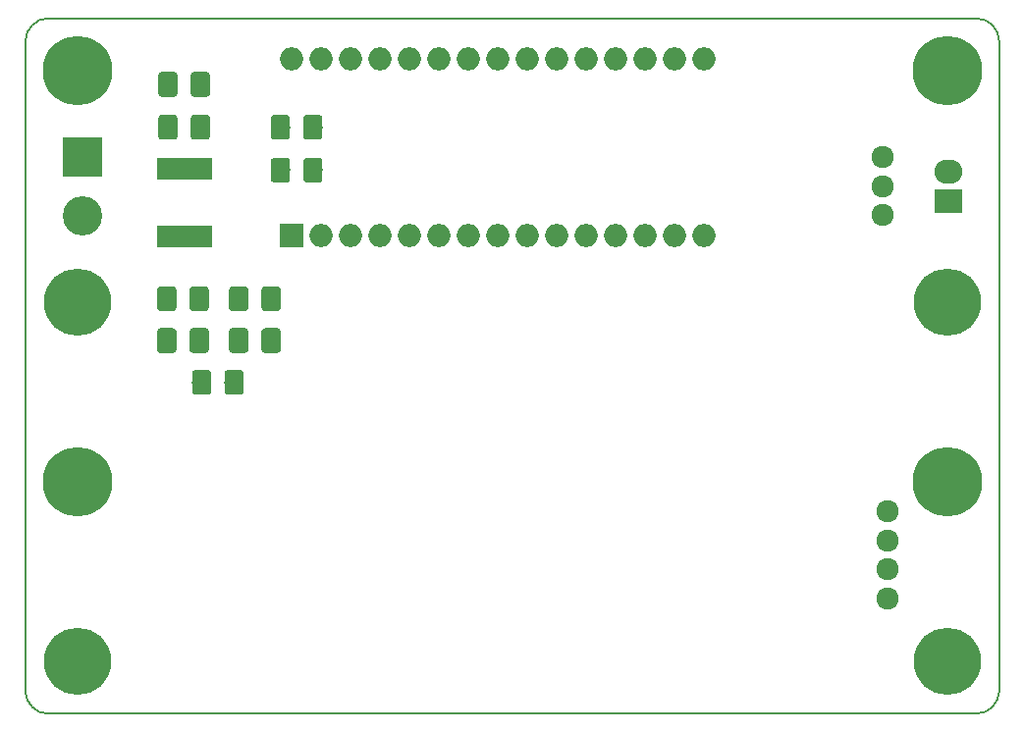
<source format=gbr>
%TF.GenerationSoftware,KiCad,Pcbnew,(5.0.0)*%
%TF.CreationDate,2020-02-28T20:01:44+00:00*%
%TF.ProjectId,Blast Furnace PCB,426C617374204675726E616365205043,rev?*%
%TF.SameCoordinates,Original*%
%TF.FileFunction,Soldermask,Top*%
%TF.FilePolarity,Negative*%
%FSLAX46Y46*%
G04 Gerber Fmt 4.6, Leading zero omitted, Abs format (unit mm)*
G04 Created by KiCad (PCBNEW (5.0.0)) date 02/28/20 20:01:44*
%MOMM*%
%LPD*%
G01*
G04 APERTURE LIST*
%ADD10C,0.150000*%
%ADD11C,1.924000*%
%ADD12C,6.000000*%
%ADD13C,5.800000*%
%ADD14O,2.000000X2.000000*%
%ADD15R,2.000000X2.000000*%
%ADD16C,3.400000*%
%ADD17R,3.400000X3.400000*%
%ADD18R,2.400000X2.100000*%
%ADD19O,2.400000X2.100000*%
%ADD20C,1.650000*%
%ADD21R,0.850000X1.850000*%
G04 APERTURE END LIST*
D10*
X79100000Y-148600000D02*
G75*
G02X77100000Y-146600000I0J2000000D01*
G01*
X77100000Y-90600000D02*
G75*
G02X79100000Y-88600000I2000000J0D01*
G01*
X159100000Y-88600000D02*
G75*
G02X161100000Y-90600000I0J-2000000D01*
G01*
X161100000Y-146600000D02*
G75*
G02X159100000Y-148600000I-2000000J0D01*
G01*
X77100000Y-90600000D02*
X77100000Y-146600000D01*
X159100000Y-88600000D02*
X79100000Y-88600000D01*
X161100000Y-146600000D02*
X161100000Y-90600000D01*
X79098438Y-148600000D02*
X159100000Y-148600000D01*
D11*
X151450000Y-131150000D03*
X151450000Y-133650000D03*
X151450000Y-136150000D03*
X151450000Y-138650000D03*
D12*
X156600000Y-128600000D03*
X81600000Y-128600000D03*
D13*
X81600000Y-113100000D03*
X156600000Y-113100000D03*
D11*
X151000000Y-100600000D03*
X151000000Y-105600000D03*
X151000000Y-103100000D03*
D14*
X135610000Y-92060000D03*
X135610000Y-107300000D03*
X100050000Y-92060000D03*
X133070000Y-107300000D03*
X102590000Y-92060000D03*
X130530000Y-107300000D03*
X105130000Y-92060000D03*
X127990000Y-107300000D03*
X107670000Y-92060000D03*
X125450000Y-107300000D03*
X110210000Y-92060000D03*
X122910000Y-107300000D03*
X112750000Y-92060000D03*
X120370000Y-107300000D03*
X115290000Y-92060000D03*
X117830000Y-107300000D03*
X117830000Y-92060000D03*
X115290000Y-107300000D03*
X120370000Y-92060000D03*
X112750000Y-107300000D03*
X122910000Y-92060000D03*
X110210000Y-107300000D03*
X125450000Y-92060000D03*
X107670000Y-107300000D03*
X127990000Y-92060000D03*
X105130000Y-107300000D03*
X130530000Y-92060000D03*
X102590000Y-107300000D03*
X133070000Y-92060000D03*
D15*
X100050000Y-107300000D03*
D16*
X82000000Y-105640000D03*
D17*
X82000000Y-100560000D03*
D13*
X156600000Y-144100000D03*
X81600000Y-144100000D03*
D12*
X156600000Y-93100000D03*
X81600000Y-93100000D03*
D18*
X156700000Y-104350000D03*
D19*
X156700000Y-101850000D03*
D10*
G36*
X95627346Y-118926589D02*
X95659380Y-118931341D01*
X95690794Y-118939210D01*
X95721286Y-118950120D01*
X95750561Y-118963966D01*
X95778338Y-118980615D01*
X95804350Y-118999907D01*
X95828345Y-119021655D01*
X95850093Y-119045650D01*
X95869385Y-119071662D01*
X95886034Y-119099439D01*
X95899880Y-119128714D01*
X95910790Y-119159206D01*
X95918659Y-119190620D01*
X95923411Y-119222654D01*
X95925000Y-119255000D01*
X95925000Y-120745000D01*
X95923411Y-120777346D01*
X95918659Y-120809380D01*
X95910790Y-120840794D01*
X95899880Y-120871286D01*
X95886034Y-120900561D01*
X95869385Y-120928338D01*
X95850093Y-120954350D01*
X95828345Y-120978345D01*
X95804350Y-121000093D01*
X95778338Y-121019385D01*
X95750561Y-121036034D01*
X95721286Y-121049880D01*
X95690794Y-121060790D01*
X95659380Y-121068659D01*
X95627346Y-121073411D01*
X95595000Y-121075000D01*
X94605000Y-121075000D01*
X94572654Y-121073411D01*
X94540620Y-121068659D01*
X94509206Y-121060790D01*
X94478714Y-121049880D01*
X94449439Y-121036034D01*
X94421662Y-121019385D01*
X94395650Y-121000093D01*
X94371655Y-120978345D01*
X94349907Y-120954350D01*
X94330615Y-120928338D01*
X94313966Y-120900561D01*
X94300120Y-120871286D01*
X94289210Y-120840794D01*
X94281341Y-120809380D01*
X94276589Y-120777346D01*
X94275000Y-120745000D01*
X94275000Y-119255000D01*
X94276589Y-119222654D01*
X94281341Y-119190620D01*
X94289210Y-119159206D01*
X94300120Y-119128714D01*
X94313966Y-119099439D01*
X94330615Y-119071662D01*
X94349907Y-119045650D01*
X94371655Y-119021655D01*
X94395650Y-118999907D01*
X94421662Y-118980615D01*
X94449439Y-118963966D01*
X94478714Y-118950120D01*
X94509206Y-118939210D01*
X94540620Y-118931341D01*
X94572654Y-118926589D01*
X94605000Y-118925000D01*
X95595000Y-118925000D01*
X95627346Y-118926589D01*
X95627346Y-118926589D01*
G37*
D20*
X95100000Y-120000000D03*
D10*
G36*
X92827346Y-118926589D02*
X92859380Y-118931341D01*
X92890794Y-118939210D01*
X92921286Y-118950120D01*
X92950561Y-118963966D01*
X92978338Y-118980615D01*
X93004350Y-118999907D01*
X93028345Y-119021655D01*
X93050093Y-119045650D01*
X93069385Y-119071662D01*
X93086034Y-119099439D01*
X93099880Y-119128714D01*
X93110790Y-119159206D01*
X93118659Y-119190620D01*
X93123411Y-119222654D01*
X93125000Y-119255000D01*
X93125000Y-120745000D01*
X93123411Y-120777346D01*
X93118659Y-120809380D01*
X93110790Y-120840794D01*
X93099880Y-120871286D01*
X93086034Y-120900561D01*
X93069385Y-120928338D01*
X93050093Y-120954350D01*
X93028345Y-120978345D01*
X93004350Y-121000093D01*
X92978338Y-121019385D01*
X92950561Y-121036034D01*
X92921286Y-121049880D01*
X92890794Y-121060790D01*
X92859380Y-121068659D01*
X92827346Y-121073411D01*
X92795000Y-121075000D01*
X91805000Y-121075000D01*
X91772654Y-121073411D01*
X91740620Y-121068659D01*
X91709206Y-121060790D01*
X91678714Y-121049880D01*
X91649439Y-121036034D01*
X91621662Y-121019385D01*
X91595650Y-121000093D01*
X91571655Y-120978345D01*
X91549907Y-120954350D01*
X91530615Y-120928338D01*
X91513966Y-120900561D01*
X91500120Y-120871286D01*
X91489210Y-120840794D01*
X91481341Y-120809380D01*
X91476589Y-120777346D01*
X91475000Y-120745000D01*
X91475000Y-119255000D01*
X91476589Y-119222654D01*
X91481341Y-119190620D01*
X91489210Y-119159206D01*
X91500120Y-119128714D01*
X91513966Y-119099439D01*
X91530615Y-119071662D01*
X91549907Y-119045650D01*
X91571655Y-119021655D01*
X91595650Y-118999907D01*
X91621662Y-118980615D01*
X91649439Y-118963966D01*
X91678714Y-118950120D01*
X91709206Y-118939210D01*
X91740620Y-118931341D01*
X91772654Y-118926589D01*
X91805000Y-118925000D01*
X92795000Y-118925000D01*
X92827346Y-118926589D01*
X92827346Y-118926589D01*
G37*
D20*
X92300000Y-120000000D03*
D10*
G36*
X89827346Y-115326589D02*
X89859380Y-115331341D01*
X89890794Y-115339210D01*
X89921286Y-115350120D01*
X89950561Y-115363966D01*
X89978338Y-115380615D01*
X90004350Y-115399907D01*
X90028345Y-115421655D01*
X90050093Y-115445650D01*
X90069385Y-115471662D01*
X90086034Y-115499439D01*
X90099880Y-115528714D01*
X90110790Y-115559206D01*
X90118659Y-115590620D01*
X90123411Y-115622654D01*
X90125000Y-115655000D01*
X90125000Y-117145000D01*
X90123411Y-117177346D01*
X90118659Y-117209380D01*
X90110790Y-117240794D01*
X90099880Y-117271286D01*
X90086034Y-117300561D01*
X90069385Y-117328338D01*
X90050093Y-117354350D01*
X90028345Y-117378345D01*
X90004350Y-117400093D01*
X89978338Y-117419385D01*
X89950561Y-117436034D01*
X89921286Y-117449880D01*
X89890794Y-117460790D01*
X89859380Y-117468659D01*
X89827346Y-117473411D01*
X89795000Y-117475000D01*
X88805000Y-117475000D01*
X88772654Y-117473411D01*
X88740620Y-117468659D01*
X88709206Y-117460790D01*
X88678714Y-117449880D01*
X88649439Y-117436034D01*
X88621662Y-117419385D01*
X88595650Y-117400093D01*
X88571655Y-117378345D01*
X88549907Y-117354350D01*
X88530615Y-117328338D01*
X88513966Y-117300561D01*
X88500120Y-117271286D01*
X88489210Y-117240794D01*
X88481341Y-117209380D01*
X88476589Y-117177346D01*
X88475000Y-117145000D01*
X88475000Y-115655000D01*
X88476589Y-115622654D01*
X88481341Y-115590620D01*
X88489210Y-115559206D01*
X88500120Y-115528714D01*
X88513966Y-115499439D01*
X88530615Y-115471662D01*
X88549907Y-115445650D01*
X88571655Y-115421655D01*
X88595650Y-115399907D01*
X88621662Y-115380615D01*
X88649439Y-115363966D01*
X88678714Y-115350120D01*
X88709206Y-115339210D01*
X88740620Y-115331341D01*
X88772654Y-115326589D01*
X88805000Y-115325000D01*
X89795000Y-115325000D01*
X89827346Y-115326589D01*
X89827346Y-115326589D01*
G37*
D20*
X89300000Y-116400000D03*
D10*
G36*
X92627346Y-115326589D02*
X92659380Y-115331341D01*
X92690794Y-115339210D01*
X92721286Y-115350120D01*
X92750561Y-115363966D01*
X92778338Y-115380615D01*
X92804350Y-115399907D01*
X92828345Y-115421655D01*
X92850093Y-115445650D01*
X92869385Y-115471662D01*
X92886034Y-115499439D01*
X92899880Y-115528714D01*
X92910790Y-115559206D01*
X92918659Y-115590620D01*
X92923411Y-115622654D01*
X92925000Y-115655000D01*
X92925000Y-117145000D01*
X92923411Y-117177346D01*
X92918659Y-117209380D01*
X92910790Y-117240794D01*
X92899880Y-117271286D01*
X92886034Y-117300561D01*
X92869385Y-117328338D01*
X92850093Y-117354350D01*
X92828345Y-117378345D01*
X92804350Y-117400093D01*
X92778338Y-117419385D01*
X92750561Y-117436034D01*
X92721286Y-117449880D01*
X92690794Y-117460790D01*
X92659380Y-117468659D01*
X92627346Y-117473411D01*
X92595000Y-117475000D01*
X91605000Y-117475000D01*
X91572654Y-117473411D01*
X91540620Y-117468659D01*
X91509206Y-117460790D01*
X91478714Y-117449880D01*
X91449439Y-117436034D01*
X91421662Y-117419385D01*
X91395650Y-117400093D01*
X91371655Y-117378345D01*
X91349907Y-117354350D01*
X91330615Y-117328338D01*
X91313966Y-117300561D01*
X91300120Y-117271286D01*
X91289210Y-117240794D01*
X91281341Y-117209380D01*
X91276589Y-117177346D01*
X91275000Y-117145000D01*
X91275000Y-115655000D01*
X91276589Y-115622654D01*
X91281341Y-115590620D01*
X91289210Y-115559206D01*
X91300120Y-115528714D01*
X91313966Y-115499439D01*
X91330615Y-115471662D01*
X91349907Y-115445650D01*
X91371655Y-115421655D01*
X91395650Y-115399907D01*
X91421662Y-115380615D01*
X91449439Y-115363966D01*
X91478714Y-115350120D01*
X91509206Y-115339210D01*
X91540620Y-115331341D01*
X91572654Y-115326589D01*
X91605000Y-115325000D01*
X92595000Y-115325000D01*
X92627346Y-115326589D01*
X92627346Y-115326589D01*
G37*
D20*
X92100000Y-116400000D03*
D10*
G36*
X96027346Y-111726589D02*
X96059380Y-111731341D01*
X96090794Y-111739210D01*
X96121286Y-111750120D01*
X96150561Y-111763966D01*
X96178338Y-111780615D01*
X96204350Y-111799907D01*
X96228345Y-111821655D01*
X96250093Y-111845650D01*
X96269385Y-111871662D01*
X96286034Y-111899439D01*
X96299880Y-111928714D01*
X96310790Y-111959206D01*
X96318659Y-111990620D01*
X96323411Y-112022654D01*
X96325000Y-112055000D01*
X96325000Y-113545000D01*
X96323411Y-113577346D01*
X96318659Y-113609380D01*
X96310790Y-113640794D01*
X96299880Y-113671286D01*
X96286034Y-113700561D01*
X96269385Y-113728338D01*
X96250093Y-113754350D01*
X96228345Y-113778345D01*
X96204350Y-113800093D01*
X96178338Y-113819385D01*
X96150561Y-113836034D01*
X96121286Y-113849880D01*
X96090794Y-113860790D01*
X96059380Y-113868659D01*
X96027346Y-113873411D01*
X95995000Y-113875000D01*
X95005000Y-113875000D01*
X94972654Y-113873411D01*
X94940620Y-113868659D01*
X94909206Y-113860790D01*
X94878714Y-113849880D01*
X94849439Y-113836034D01*
X94821662Y-113819385D01*
X94795650Y-113800093D01*
X94771655Y-113778345D01*
X94749907Y-113754350D01*
X94730615Y-113728338D01*
X94713966Y-113700561D01*
X94700120Y-113671286D01*
X94689210Y-113640794D01*
X94681341Y-113609380D01*
X94676589Y-113577346D01*
X94675000Y-113545000D01*
X94675000Y-112055000D01*
X94676589Y-112022654D01*
X94681341Y-111990620D01*
X94689210Y-111959206D01*
X94700120Y-111928714D01*
X94713966Y-111899439D01*
X94730615Y-111871662D01*
X94749907Y-111845650D01*
X94771655Y-111821655D01*
X94795650Y-111799907D01*
X94821662Y-111780615D01*
X94849439Y-111763966D01*
X94878714Y-111750120D01*
X94909206Y-111739210D01*
X94940620Y-111731341D01*
X94972654Y-111726589D01*
X95005000Y-111725000D01*
X95995000Y-111725000D01*
X96027346Y-111726589D01*
X96027346Y-111726589D01*
G37*
D20*
X95500000Y-112800000D03*
D10*
G36*
X98827346Y-111726589D02*
X98859380Y-111731341D01*
X98890794Y-111739210D01*
X98921286Y-111750120D01*
X98950561Y-111763966D01*
X98978338Y-111780615D01*
X99004350Y-111799907D01*
X99028345Y-111821655D01*
X99050093Y-111845650D01*
X99069385Y-111871662D01*
X99086034Y-111899439D01*
X99099880Y-111928714D01*
X99110790Y-111959206D01*
X99118659Y-111990620D01*
X99123411Y-112022654D01*
X99125000Y-112055000D01*
X99125000Y-113545000D01*
X99123411Y-113577346D01*
X99118659Y-113609380D01*
X99110790Y-113640794D01*
X99099880Y-113671286D01*
X99086034Y-113700561D01*
X99069385Y-113728338D01*
X99050093Y-113754350D01*
X99028345Y-113778345D01*
X99004350Y-113800093D01*
X98978338Y-113819385D01*
X98950561Y-113836034D01*
X98921286Y-113849880D01*
X98890794Y-113860790D01*
X98859380Y-113868659D01*
X98827346Y-113873411D01*
X98795000Y-113875000D01*
X97805000Y-113875000D01*
X97772654Y-113873411D01*
X97740620Y-113868659D01*
X97709206Y-113860790D01*
X97678714Y-113849880D01*
X97649439Y-113836034D01*
X97621662Y-113819385D01*
X97595650Y-113800093D01*
X97571655Y-113778345D01*
X97549907Y-113754350D01*
X97530615Y-113728338D01*
X97513966Y-113700561D01*
X97500120Y-113671286D01*
X97489210Y-113640794D01*
X97481341Y-113609380D01*
X97476589Y-113577346D01*
X97475000Y-113545000D01*
X97475000Y-112055000D01*
X97476589Y-112022654D01*
X97481341Y-111990620D01*
X97489210Y-111959206D01*
X97500120Y-111928714D01*
X97513966Y-111899439D01*
X97530615Y-111871662D01*
X97549907Y-111845650D01*
X97571655Y-111821655D01*
X97595650Y-111799907D01*
X97621662Y-111780615D01*
X97649439Y-111763966D01*
X97678714Y-111750120D01*
X97709206Y-111739210D01*
X97740620Y-111731341D01*
X97772654Y-111726589D01*
X97805000Y-111725000D01*
X98795000Y-111725000D01*
X98827346Y-111726589D01*
X98827346Y-111726589D01*
G37*
D20*
X98300000Y-112800000D03*
D10*
G36*
X89827346Y-111726589D02*
X89859380Y-111731341D01*
X89890794Y-111739210D01*
X89921286Y-111750120D01*
X89950561Y-111763966D01*
X89978338Y-111780615D01*
X90004350Y-111799907D01*
X90028345Y-111821655D01*
X90050093Y-111845650D01*
X90069385Y-111871662D01*
X90086034Y-111899439D01*
X90099880Y-111928714D01*
X90110790Y-111959206D01*
X90118659Y-111990620D01*
X90123411Y-112022654D01*
X90125000Y-112055000D01*
X90125000Y-113545000D01*
X90123411Y-113577346D01*
X90118659Y-113609380D01*
X90110790Y-113640794D01*
X90099880Y-113671286D01*
X90086034Y-113700561D01*
X90069385Y-113728338D01*
X90050093Y-113754350D01*
X90028345Y-113778345D01*
X90004350Y-113800093D01*
X89978338Y-113819385D01*
X89950561Y-113836034D01*
X89921286Y-113849880D01*
X89890794Y-113860790D01*
X89859380Y-113868659D01*
X89827346Y-113873411D01*
X89795000Y-113875000D01*
X88805000Y-113875000D01*
X88772654Y-113873411D01*
X88740620Y-113868659D01*
X88709206Y-113860790D01*
X88678714Y-113849880D01*
X88649439Y-113836034D01*
X88621662Y-113819385D01*
X88595650Y-113800093D01*
X88571655Y-113778345D01*
X88549907Y-113754350D01*
X88530615Y-113728338D01*
X88513966Y-113700561D01*
X88500120Y-113671286D01*
X88489210Y-113640794D01*
X88481341Y-113609380D01*
X88476589Y-113577346D01*
X88475000Y-113545000D01*
X88475000Y-112055000D01*
X88476589Y-112022654D01*
X88481341Y-111990620D01*
X88489210Y-111959206D01*
X88500120Y-111928714D01*
X88513966Y-111899439D01*
X88530615Y-111871662D01*
X88549907Y-111845650D01*
X88571655Y-111821655D01*
X88595650Y-111799907D01*
X88621662Y-111780615D01*
X88649439Y-111763966D01*
X88678714Y-111750120D01*
X88709206Y-111739210D01*
X88740620Y-111731341D01*
X88772654Y-111726589D01*
X88805000Y-111725000D01*
X89795000Y-111725000D01*
X89827346Y-111726589D01*
X89827346Y-111726589D01*
G37*
D20*
X89300000Y-112800000D03*
D10*
G36*
X92627346Y-111726589D02*
X92659380Y-111731341D01*
X92690794Y-111739210D01*
X92721286Y-111750120D01*
X92750561Y-111763966D01*
X92778338Y-111780615D01*
X92804350Y-111799907D01*
X92828345Y-111821655D01*
X92850093Y-111845650D01*
X92869385Y-111871662D01*
X92886034Y-111899439D01*
X92899880Y-111928714D01*
X92910790Y-111959206D01*
X92918659Y-111990620D01*
X92923411Y-112022654D01*
X92925000Y-112055000D01*
X92925000Y-113545000D01*
X92923411Y-113577346D01*
X92918659Y-113609380D01*
X92910790Y-113640794D01*
X92899880Y-113671286D01*
X92886034Y-113700561D01*
X92869385Y-113728338D01*
X92850093Y-113754350D01*
X92828345Y-113778345D01*
X92804350Y-113800093D01*
X92778338Y-113819385D01*
X92750561Y-113836034D01*
X92721286Y-113849880D01*
X92690794Y-113860790D01*
X92659380Y-113868659D01*
X92627346Y-113873411D01*
X92595000Y-113875000D01*
X91605000Y-113875000D01*
X91572654Y-113873411D01*
X91540620Y-113868659D01*
X91509206Y-113860790D01*
X91478714Y-113849880D01*
X91449439Y-113836034D01*
X91421662Y-113819385D01*
X91395650Y-113800093D01*
X91371655Y-113778345D01*
X91349907Y-113754350D01*
X91330615Y-113728338D01*
X91313966Y-113700561D01*
X91300120Y-113671286D01*
X91289210Y-113640794D01*
X91281341Y-113609380D01*
X91276589Y-113577346D01*
X91275000Y-113545000D01*
X91275000Y-112055000D01*
X91276589Y-112022654D01*
X91281341Y-111990620D01*
X91289210Y-111959206D01*
X91300120Y-111928714D01*
X91313966Y-111899439D01*
X91330615Y-111871662D01*
X91349907Y-111845650D01*
X91371655Y-111821655D01*
X91395650Y-111799907D01*
X91421662Y-111780615D01*
X91449439Y-111763966D01*
X91478714Y-111750120D01*
X91509206Y-111739210D01*
X91540620Y-111731341D01*
X91572654Y-111726589D01*
X91605000Y-111725000D01*
X92595000Y-111725000D01*
X92627346Y-111726589D01*
X92627346Y-111726589D01*
G37*
D20*
X92100000Y-112800000D03*
D10*
G36*
X98827346Y-115326589D02*
X98859380Y-115331341D01*
X98890794Y-115339210D01*
X98921286Y-115350120D01*
X98950561Y-115363966D01*
X98978338Y-115380615D01*
X99004350Y-115399907D01*
X99028345Y-115421655D01*
X99050093Y-115445650D01*
X99069385Y-115471662D01*
X99086034Y-115499439D01*
X99099880Y-115528714D01*
X99110790Y-115559206D01*
X99118659Y-115590620D01*
X99123411Y-115622654D01*
X99125000Y-115655000D01*
X99125000Y-117145000D01*
X99123411Y-117177346D01*
X99118659Y-117209380D01*
X99110790Y-117240794D01*
X99099880Y-117271286D01*
X99086034Y-117300561D01*
X99069385Y-117328338D01*
X99050093Y-117354350D01*
X99028345Y-117378345D01*
X99004350Y-117400093D01*
X98978338Y-117419385D01*
X98950561Y-117436034D01*
X98921286Y-117449880D01*
X98890794Y-117460790D01*
X98859380Y-117468659D01*
X98827346Y-117473411D01*
X98795000Y-117475000D01*
X97805000Y-117475000D01*
X97772654Y-117473411D01*
X97740620Y-117468659D01*
X97709206Y-117460790D01*
X97678714Y-117449880D01*
X97649439Y-117436034D01*
X97621662Y-117419385D01*
X97595650Y-117400093D01*
X97571655Y-117378345D01*
X97549907Y-117354350D01*
X97530615Y-117328338D01*
X97513966Y-117300561D01*
X97500120Y-117271286D01*
X97489210Y-117240794D01*
X97481341Y-117209380D01*
X97476589Y-117177346D01*
X97475000Y-117145000D01*
X97475000Y-115655000D01*
X97476589Y-115622654D01*
X97481341Y-115590620D01*
X97489210Y-115559206D01*
X97500120Y-115528714D01*
X97513966Y-115499439D01*
X97530615Y-115471662D01*
X97549907Y-115445650D01*
X97571655Y-115421655D01*
X97595650Y-115399907D01*
X97621662Y-115380615D01*
X97649439Y-115363966D01*
X97678714Y-115350120D01*
X97709206Y-115339210D01*
X97740620Y-115331341D01*
X97772654Y-115326589D01*
X97805000Y-115325000D01*
X98795000Y-115325000D01*
X98827346Y-115326589D01*
X98827346Y-115326589D01*
G37*
D20*
X98300000Y-116400000D03*
D10*
G36*
X96027346Y-115326589D02*
X96059380Y-115331341D01*
X96090794Y-115339210D01*
X96121286Y-115350120D01*
X96150561Y-115363966D01*
X96178338Y-115380615D01*
X96204350Y-115399907D01*
X96228345Y-115421655D01*
X96250093Y-115445650D01*
X96269385Y-115471662D01*
X96286034Y-115499439D01*
X96299880Y-115528714D01*
X96310790Y-115559206D01*
X96318659Y-115590620D01*
X96323411Y-115622654D01*
X96325000Y-115655000D01*
X96325000Y-117145000D01*
X96323411Y-117177346D01*
X96318659Y-117209380D01*
X96310790Y-117240794D01*
X96299880Y-117271286D01*
X96286034Y-117300561D01*
X96269385Y-117328338D01*
X96250093Y-117354350D01*
X96228345Y-117378345D01*
X96204350Y-117400093D01*
X96178338Y-117419385D01*
X96150561Y-117436034D01*
X96121286Y-117449880D01*
X96090794Y-117460790D01*
X96059380Y-117468659D01*
X96027346Y-117473411D01*
X95995000Y-117475000D01*
X95005000Y-117475000D01*
X94972654Y-117473411D01*
X94940620Y-117468659D01*
X94909206Y-117460790D01*
X94878714Y-117449880D01*
X94849439Y-117436034D01*
X94821662Y-117419385D01*
X94795650Y-117400093D01*
X94771655Y-117378345D01*
X94749907Y-117354350D01*
X94730615Y-117328338D01*
X94713966Y-117300561D01*
X94700120Y-117271286D01*
X94689210Y-117240794D01*
X94681341Y-117209380D01*
X94676589Y-117177346D01*
X94675000Y-117145000D01*
X94675000Y-115655000D01*
X94676589Y-115622654D01*
X94681341Y-115590620D01*
X94689210Y-115559206D01*
X94700120Y-115528714D01*
X94713966Y-115499439D01*
X94730615Y-115471662D01*
X94749907Y-115445650D01*
X94771655Y-115421655D01*
X94795650Y-115399907D01*
X94821662Y-115380615D01*
X94849439Y-115363966D01*
X94878714Y-115350120D01*
X94909206Y-115339210D01*
X94940620Y-115331341D01*
X94972654Y-115326589D01*
X95005000Y-115325000D01*
X95995000Y-115325000D01*
X96027346Y-115326589D01*
X96027346Y-115326589D01*
G37*
D20*
X95500000Y-116400000D03*
D10*
G36*
X92727346Y-96926589D02*
X92759380Y-96931341D01*
X92790794Y-96939210D01*
X92821286Y-96950120D01*
X92850561Y-96963966D01*
X92878338Y-96980615D01*
X92904350Y-96999907D01*
X92928345Y-97021655D01*
X92950093Y-97045650D01*
X92969385Y-97071662D01*
X92986034Y-97099439D01*
X92999880Y-97128714D01*
X93010790Y-97159206D01*
X93018659Y-97190620D01*
X93023411Y-97222654D01*
X93025000Y-97255000D01*
X93025000Y-98745000D01*
X93023411Y-98777346D01*
X93018659Y-98809380D01*
X93010790Y-98840794D01*
X92999880Y-98871286D01*
X92986034Y-98900561D01*
X92969385Y-98928338D01*
X92950093Y-98954350D01*
X92928345Y-98978345D01*
X92904350Y-99000093D01*
X92878338Y-99019385D01*
X92850561Y-99036034D01*
X92821286Y-99049880D01*
X92790794Y-99060790D01*
X92759380Y-99068659D01*
X92727346Y-99073411D01*
X92695000Y-99075000D01*
X91705000Y-99075000D01*
X91672654Y-99073411D01*
X91640620Y-99068659D01*
X91609206Y-99060790D01*
X91578714Y-99049880D01*
X91549439Y-99036034D01*
X91521662Y-99019385D01*
X91495650Y-99000093D01*
X91471655Y-98978345D01*
X91449907Y-98954350D01*
X91430615Y-98928338D01*
X91413966Y-98900561D01*
X91400120Y-98871286D01*
X91389210Y-98840794D01*
X91381341Y-98809380D01*
X91376589Y-98777346D01*
X91375000Y-98745000D01*
X91375000Y-97255000D01*
X91376589Y-97222654D01*
X91381341Y-97190620D01*
X91389210Y-97159206D01*
X91400120Y-97128714D01*
X91413966Y-97099439D01*
X91430615Y-97071662D01*
X91449907Y-97045650D01*
X91471655Y-97021655D01*
X91495650Y-96999907D01*
X91521662Y-96980615D01*
X91549439Y-96963966D01*
X91578714Y-96950120D01*
X91609206Y-96939210D01*
X91640620Y-96931341D01*
X91672654Y-96926589D01*
X91705000Y-96925000D01*
X92695000Y-96925000D01*
X92727346Y-96926589D01*
X92727346Y-96926589D01*
G37*
D20*
X92200000Y-98000000D03*
D10*
G36*
X89927346Y-96926589D02*
X89959380Y-96931341D01*
X89990794Y-96939210D01*
X90021286Y-96950120D01*
X90050561Y-96963966D01*
X90078338Y-96980615D01*
X90104350Y-96999907D01*
X90128345Y-97021655D01*
X90150093Y-97045650D01*
X90169385Y-97071662D01*
X90186034Y-97099439D01*
X90199880Y-97128714D01*
X90210790Y-97159206D01*
X90218659Y-97190620D01*
X90223411Y-97222654D01*
X90225000Y-97255000D01*
X90225000Y-98745000D01*
X90223411Y-98777346D01*
X90218659Y-98809380D01*
X90210790Y-98840794D01*
X90199880Y-98871286D01*
X90186034Y-98900561D01*
X90169385Y-98928338D01*
X90150093Y-98954350D01*
X90128345Y-98978345D01*
X90104350Y-99000093D01*
X90078338Y-99019385D01*
X90050561Y-99036034D01*
X90021286Y-99049880D01*
X89990794Y-99060790D01*
X89959380Y-99068659D01*
X89927346Y-99073411D01*
X89895000Y-99075000D01*
X88905000Y-99075000D01*
X88872654Y-99073411D01*
X88840620Y-99068659D01*
X88809206Y-99060790D01*
X88778714Y-99049880D01*
X88749439Y-99036034D01*
X88721662Y-99019385D01*
X88695650Y-99000093D01*
X88671655Y-98978345D01*
X88649907Y-98954350D01*
X88630615Y-98928338D01*
X88613966Y-98900561D01*
X88600120Y-98871286D01*
X88589210Y-98840794D01*
X88581341Y-98809380D01*
X88576589Y-98777346D01*
X88575000Y-98745000D01*
X88575000Y-97255000D01*
X88576589Y-97222654D01*
X88581341Y-97190620D01*
X88589210Y-97159206D01*
X88600120Y-97128714D01*
X88613966Y-97099439D01*
X88630615Y-97071662D01*
X88649907Y-97045650D01*
X88671655Y-97021655D01*
X88695650Y-96999907D01*
X88721662Y-96980615D01*
X88749439Y-96963966D01*
X88778714Y-96950120D01*
X88809206Y-96939210D01*
X88840620Y-96931341D01*
X88872654Y-96926589D01*
X88905000Y-96925000D01*
X89895000Y-96925000D01*
X89927346Y-96926589D01*
X89927346Y-96926589D01*
G37*
D20*
X89400000Y-98000000D03*
D10*
G36*
X89927346Y-93226589D02*
X89959380Y-93231341D01*
X89990794Y-93239210D01*
X90021286Y-93250120D01*
X90050561Y-93263966D01*
X90078338Y-93280615D01*
X90104350Y-93299907D01*
X90128345Y-93321655D01*
X90150093Y-93345650D01*
X90169385Y-93371662D01*
X90186034Y-93399439D01*
X90199880Y-93428714D01*
X90210790Y-93459206D01*
X90218659Y-93490620D01*
X90223411Y-93522654D01*
X90225000Y-93555000D01*
X90225000Y-95045000D01*
X90223411Y-95077346D01*
X90218659Y-95109380D01*
X90210790Y-95140794D01*
X90199880Y-95171286D01*
X90186034Y-95200561D01*
X90169385Y-95228338D01*
X90150093Y-95254350D01*
X90128345Y-95278345D01*
X90104350Y-95300093D01*
X90078338Y-95319385D01*
X90050561Y-95336034D01*
X90021286Y-95349880D01*
X89990794Y-95360790D01*
X89959380Y-95368659D01*
X89927346Y-95373411D01*
X89895000Y-95375000D01*
X88905000Y-95375000D01*
X88872654Y-95373411D01*
X88840620Y-95368659D01*
X88809206Y-95360790D01*
X88778714Y-95349880D01*
X88749439Y-95336034D01*
X88721662Y-95319385D01*
X88695650Y-95300093D01*
X88671655Y-95278345D01*
X88649907Y-95254350D01*
X88630615Y-95228338D01*
X88613966Y-95200561D01*
X88600120Y-95171286D01*
X88589210Y-95140794D01*
X88581341Y-95109380D01*
X88576589Y-95077346D01*
X88575000Y-95045000D01*
X88575000Y-93555000D01*
X88576589Y-93522654D01*
X88581341Y-93490620D01*
X88589210Y-93459206D01*
X88600120Y-93428714D01*
X88613966Y-93399439D01*
X88630615Y-93371662D01*
X88649907Y-93345650D01*
X88671655Y-93321655D01*
X88695650Y-93299907D01*
X88721662Y-93280615D01*
X88749439Y-93263966D01*
X88778714Y-93250120D01*
X88809206Y-93239210D01*
X88840620Y-93231341D01*
X88872654Y-93226589D01*
X88905000Y-93225000D01*
X89895000Y-93225000D01*
X89927346Y-93226589D01*
X89927346Y-93226589D01*
G37*
D20*
X89400000Y-94300000D03*
D10*
G36*
X92727346Y-93226589D02*
X92759380Y-93231341D01*
X92790794Y-93239210D01*
X92821286Y-93250120D01*
X92850561Y-93263966D01*
X92878338Y-93280615D01*
X92904350Y-93299907D01*
X92928345Y-93321655D01*
X92950093Y-93345650D01*
X92969385Y-93371662D01*
X92986034Y-93399439D01*
X92999880Y-93428714D01*
X93010790Y-93459206D01*
X93018659Y-93490620D01*
X93023411Y-93522654D01*
X93025000Y-93555000D01*
X93025000Y-95045000D01*
X93023411Y-95077346D01*
X93018659Y-95109380D01*
X93010790Y-95140794D01*
X92999880Y-95171286D01*
X92986034Y-95200561D01*
X92969385Y-95228338D01*
X92950093Y-95254350D01*
X92928345Y-95278345D01*
X92904350Y-95300093D01*
X92878338Y-95319385D01*
X92850561Y-95336034D01*
X92821286Y-95349880D01*
X92790794Y-95360790D01*
X92759380Y-95368659D01*
X92727346Y-95373411D01*
X92695000Y-95375000D01*
X91705000Y-95375000D01*
X91672654Y-95373411D01*
X91640620Y-95368659D01*
X91609206Y-95360790D01*
X91578714Y-95349880D01*
X91549439Y-95336034D01*
X91521662Y-95319385D01*
X91495650Y-95300093D01*
X91471655Y-95278345D01*
X91449907Y-95254350D01*
X91430615Y-95228338D01*
X91413966Y-95200561D01*
X91400120Y-95171286D01*
X91389210Y-95140794D01*
X91381341Y-95109380D01*
X91376589Y-95077346D01*
X91375000Y-95045000D01*
X91375000Y-93555000D01*
X91376589Y-93522654D01*
X91381341Y-93490620D01*
X91389210Y-93459206D01*
X91400120Y-93428714D01*
X91413966Y-93399439D01*
X91430615Y-93371662D01*
X91449907Y-93345650D01*
X91471655Y-93321655D01*
X91495650Y-93299907D01*
X91521662Y-93280615D01*
X91549439Y-93263966D01*
X91578714Y-93250120D01*
X91609206Y-93239210D01*
X91640620Y-93231341D01*
X91672654Y-93226589D01*
X91705000Y-93225000D01*
X92695000Y-93225000D01*
X92727346Y-93226589D01*
X92727346Y-93226589D01*
G37*
D20*
X92200000Y-94300000D03*
D10*
G36*
X102427346Y-100626589D02*
X102459380Y-100631341D01*
X102490794Y-100639210D01*
X102521286Y-100650120D01*
X102550561Y-100663966D01*
X102578338Y-100680615D01*
X102604350Y-100699907D01*
X102628345Y-100721655D01*
X102650093Y-100745650D01*
X102669385Y-100771662D01*
X102686034Y-100799439D01*
X102699880Y-100828714D01*
X102710790Y-100859206D01*
X102718659Y-100890620D01*
X102723411Y-100922654D01*
X102725000Y-100955000D01*
X102725000Y-102445000D01*
X102723411Y-102477346D01*
X102718659Y-102509380D01*
X102710790Y-102540794D01*
X102699880Y-102571286D01*
X102686034Y-102600561D01*
X102669385Y-102628338D01*
X102650093Y-102654350D01*
X102628345Y-102678345D01*
X102604350Y-102700093D01*
X102578338Y-102719385D01*
X102550561Y-102736034D01*
X102521286Y-102749880D01*
X102490794Y-102760790D01*
X102459380Y-102768659D01*
X102427346Y-102773411D01*
X102395000Y-102775000D01*
X101405000Y-102775000D01*
X101372654Y-102773411D01*
X101340620Y-102768659D01*
X101309206Y-102760790D01*
X101278714Y-102749880D01*
X101249439Y-102736034D01*
X101221662Y-102719385D01*
X101195650Y-102700093D01*
X101171655Y-102678345D01*
X101149907Y-102654350D01*
X101130615Y-102628338D01*
X101113966Y-102600561D01*
X101100120Y-102571286D01*
X101089210Y-102540794D01*
X101081341Y-102509380D01*
X101076589Y-102477346D01*
X101075000Y-102445000D01*
X101075000Y-100955000D01*
X101076589Y-100922654D01*
X101081341Y-100890620D01*
X101089210Y-100859206D01*
X101100120Y-100828714D01*
X101113966Y-100799439D01*
X101130615Y-100771662D01*
X101149907Y-100745650D01*
X101171655Y-100721655D01*
X101195650Y-100699907D01*
X101221662Y-100680615D01*
X101249439Y-100663966D01*
X101278714Y-100650120D01*
X101309206Y-100639210D01*
X101340620Y-100631341D01*
X101372654Y-100626589D01*
X101405000Y-100625000D01*
X102395000Y-100625000D01*
X102427346Y-100626589D01*
X102427346Y-100626589D01*
G37*
D20*
X101900000Y-101700000D03*
D10*
G36*
X99627346Y-100626589D02*
X99659380Y-100631341D01*
X99690794Y-100639210D01*
X99721286Y-100650120D01*
X99750561Y-100663966D01*
X99778338Y-100680615D01*
X99804350Y-100699907D01*
X99828345Y-100721655D01*
X99850093Y-100745650D01*
X99869385Y-100771662D01*
X99886034Y-100799439D01*
X99899880Y-100828714D01*
X99910790Y-100859206D01*
X99918659Y-100890620D01*
X99923411Y-100922654D01*
X99925000Y-100955000D01*
X99925000Y-102445000D01*
X99923411Y-102477346D01*
X99918659Y-102509380D01*
X99910790Y-102540794D01*
X99899880Y-102571286D01*
X99886034Y-102600561D01*
X99869385Y-102628338D01*
X99850093Y-102654350D01*
X99828345Y-102678345D01*
X99804350Y-102700093D01*
X99778338Y-102719385D01*
X99750561Y-102736034D01*
X99721286Y-102749880D01*
X99690794Y-102760790D01*
X99659380Y-102768659D01*
X99627346Y-102773411D01*
X99595000Y-102775000D01*
X98605000Y-102775000D01*
X98572654Y-102773411D01*
X98540620Y-102768659D01*
X98509206Y-102760790D01*
X98478714Y-102749880D01*
X98449439Y-102736034D01*
X98421662Y-102719385D01*
X98395650Y-102700093D01*
X98371655Y-102678345D01*
X98349907Y-102654350D01*
X98330615Y-102628338D01*
X98313966Y-102600561D01*
X98300120Y-102571286D01*
X98289210Y-102540794D01*
X98281341Y-102509380D01*
X98276589Y-102477346D01*
X98275000Y-102445000D01*
X98275000Y-100955000D01*
X98276589Y-100922654D01*
X98281341Y-100890620D01*
X98289210Y-100859206D01*
X98300120Y-100828714D01*
X98313966Y-100799439D01*
X98330615Y-100771662D01*
X98349907Y-100745650D01*
X98371655Y-100721655D01*
X98395650Y-100699907D01*
X98421662Y-100680615D01*
X98449439Y-100663966D01*
X98478714Y-100650120D01*
X98509206Y-100639210D01*
X98540620Y-100631341D01*
X98572654Y-100626589D01*
X98605000Y-100625000D01*
X99595000Y-100625000D01*
X99627346Y-100626589D01*
X99627346Y-100626589D01*
G37*
D20*
X99100000Y-101700000D03*
D10*
G36*
X99627346Y-96926589D02*
X99659380Y-96931341D01*
X99690794Y-96939210D01*
X99721286Y-96950120D01*
X99750561Y-96963966D01*
X99778338Y-96980615D01*
X99804350Y-96999907D01*
X99828345Y-97021655D01*
X99850093Y-97045650D01*
X99869385Y-97071662D01*
X99886034Y-97099439D01*
X99899880Y-97128714D01*
X99910790Y-97159206D01*
X99918659Y-97190620D01*
X99923411Y-97222654D01*
X99925000Y-97255000D01*
X99925000Y-98745000D01*
X99923411Y-98777346D01*
X99918659Y-98809380D01*
X99910790Y-98840794D01*
X99899880Y-98871286D01*
X99886034Y-98900561D01*
X99869385Y-98928338D01*
X99850093Y-98954350D01*
X99828345Y-98978345D01*
X99804350Y-99000093D01*
X99778338Y-99019385D01*
X99750561Y-99036034D01*
X99721286Y-99049880D01*
X99690794Y-99060790D01*
X99659380Y-99068659D01*
X99627346Y-99073411D01*
X99595000Y-99075000D01*
X98605000Y-99075000D01*
X98572654Y-99073411D01*
X98540620Y-99068659D01*
X98509206Y-99060790D01*
X98478714Y-99049880D01*
X98449439Y-99036034D01*
X98421662Y-99019385D01*
X98395650Y-99000093D01*
X98371655Y-98978345D01*
X98349907Y-98954350D01*
X98330615Y-98928338D01*
X98313966Y-98900561D01*
X98300120Y-98871286D01*
X98289210Y-98840794D01*
X98281341Y-98809380D01*
X98276589Y-98777346D01*
X98275000Y-98745000D01*
X98275000Y-97255000D01*
X98276589Y-97222654D01*
X98281341Y-97190620D01*
X98289210Y-97159206D01*
X98300120Y-97128714D01*
X98313966Y-97099439D01*
X98330615Y-97071662D01*
X98349907Y-97045650D01*
X98371655Y-97021655D01*
X98395650Y-96999907D01*
X98421662Y-96980615D01*
X98449439Y-96963966D01*
X98478714Y-96950120D01*
X98509206Y-96939210D01*
X98540620Y-96931341D01*
X98572654Y-96926589D01*
X98605000Y-96925000D01*
X99595000Y-96925000D01*
X99627346Y-96926589D01*
X99627346Y-96926589D01*
G37*
D20*
X99100000Y-98000000D03*
D10*
G36*
X102427346Y-96926589D02*
X102459380Y-96931341D01*
X102490794Y-96939210D01*
X102521286Y-96950120D01*
X102550561Y-96963966D01*
X102578338Y-96980615D01*
X102604350Y-96999907D01*
X102628345Y-97021655D01*
X102650093Y-97045650D01*
X102669385Y-97071662D01*
X102686034Y-97099439D01*
X102699880Y-97128714D01*
X102710790Y-97159206D01*
X102718659Y-97190620D01*
X102723411Y-97222654D01*
X102725000Y-97255000D01*
X102725000Y-98745000D01*
X102723411Y-98777346D01*
X102718659Y-98809380D01*
X102710790Y-98840794D01*
X102699880Y-98871286D01*
X102686034Y-98900561D01*
X102669385Y-98928338D01*
X102650093Y-98954350D01*
X102628345Y-98978345D01*
X102604350Y-99000093D01*
X102578338Y-99019385D01*
X102550561Y-99036034D01*
X102521286Y-99049880D01*
X102490794Y-99060790D01*
X102459380Y-99068659D01*
X102427346Y-99073411D01*
X102395000Y-99075000D01*
X101405000Y-99075000D01*
X101372654Y-99073411D01*
X101340620Y-99068659D01*
X101309206Y-99060790D01*
X101278714Y-99049880D01*
X101249439Y-99036034D01*
X101221662Y-99019385D01*
X101195650Y-99000093D01*
X101171655Y-98978345D01*
X101149907Y-98954350D01*
X101130615Y-98928338D01*
X101113966Y-98900561D01*
X101100120Y-98871286D01*
X101089210Y-98840794D01*
X101081341Y-98809380D01*
X101076589Y-98777346D01*
X101075000Y-98745000D01*
X101075000Y-97255000D01*
X101076589Y-97222654D01*
X101081341Y-97190620D01*
X101089210Y-97159206D01*
X101100120Y-97128714D01*
X101113966Y-97099439D01*
X101130615Y-97071662D01*
X101149907Y-97045650D01*
X101171655Y-97021655D01*
X101195650Y-96999907D01*
X101221662Y-96980615D01*
X101249439Y-96963966D01*
X101278714Y-96950120D01*
X101309206Y-96939210D01*
X101340620Y-96931341D01*
X101372654Y-96926589D01*
X101405000Y-96925000D01*
X102395000Y-96925000D01*
X102427346Y-96926589D01*
X102427346Y-96926589D01*
G37*
D20*
X101900000Y-98000000D03*
D21*
X92750000Y-101550000D03*
X92100000Y-101550000D03*
X91450000Y-101550000D03*
X90800000Y-101550000D03*
X90150000Y-101550000D03*
X89500000Y-101550000D03*
X88850000Y-101550000D03*
X88850000Y-107450000D03*
X89500000Y-107450000D03*
X90150000Y-107450000D03*
X90800000Y-107450000D03*
X91450000Y-107450000D03*
X92100000Y-107450000D03*
X92750000Y-107450000D03*
M02*

</source>
